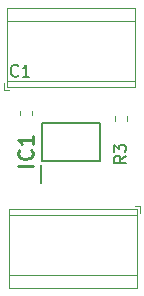
<source format=gbr>
G04 #@! TF.GenerationSoftware,KiCad,Pcbnew,(5.1.5)-3*
G04 #@! TF.CreationDate,2020-12-11T14:45:32+01:00*
G04 #@! TF.ProjectId,LED Strip,4c454420-5374-4726-9970-2e6b69636164,rev?*
G04 #@! TF.SameCoordinates,Original*
G04 #@! TF.FileFunction,Legend,Top*
G04 #@! TF.FilePolarity,Positive*
%FSLAX46Y46*%
G04 Gerber Fmt 4.6, Leading zero omitted, Abs format (unit mm)*
G04 Created by KiCad (PCBNEW (5.1.5)-3) date 2020-12-11 14:45:32*
%MOMM*%
%LPD*%
G04 APERTURE LIST*
%ADD10C,0.200000*%
%ADD11C,0.120000*%
%ADD12C,0.254000*%
%ADD13C,0.150000*%
G04 APERTURE END LIST*
D10*
X30168000Y-30049000D02*
X30168000Y-28524000D01*
X35198000Y-28174000D02*
X30298000Y-28174000D01*
X35198000Y-24974000D02*
X35198000Y-28174000D01*
X30298000Y-24974000D02*
X35198000Y-24974000D01*
X30298000Y-28174000D02*
X30298000Y-24974000D01*
D11*
X36428000Y-24399733D02*
X36428000Y-24742267D01*
X37448000Y-24399733D02*
X37448000Y-24742267D01*
X28428000Y-23899733D02*
X28428000Y-24242267D01*
X29448000Y-23899733D02*
X29448000Y-24242267D01*
X38588000Y-31961000D02*
X38188000Y-31961000D01*
X38588000Y-32601000D02*
X38588000Y-31961000D01*
X27487000Y-38941000D02*
X27487000Y-32201000D01*
X38348000Y-38941000D02*
X38348000Y-32201000D01*
X38348000Y-32201000D02*
X27487000Y-32201000D01*
X38348000Y-38941000D02*
X27487000Y-38941000D01*
X38348000Y-37821000D02*
X27487000Y-37821000D01*
X38348000Y-32721000D02*
X27487000Y-32721000D01*
X27318000Y-21421000D02*
X38179000Y-21421000D01*
X27318000Y-16321000D02*
X38179000Y-16321000D01*
X27318000Y-15201000D02*
X38179000Y-15201000D01*
X27318000Y-21941000D02*
X38179000Y-21941000D01*
X27318000Y-15201000D02*
X27318000Y-21941000D01*
X38179000Y-15201000D02*
X38179000Y-21941000D01*
X27078000Y-21541000D02*
X27078000Y-22181000D01*
X27078000Y-22181000D02*
X27478000Y-22181000D01*
D12*
X29512523Y-28560761D02*
X28242523Y-28560761D01*
X29391571Y-27230285D02*
X29452047Y-27290761D01*
X29512523Y-27472190D01*
X29512523Y-27593142D01*
X29452047Y-27774571D01*
X29331095Y-27895523D01*
X29210142Y-27956000D01*
X28968238Y-28016476D01*
X28786809Y-28016476D01*
X28544904Y-27956000D01*
X28423952Y-27895523D01*
X28303000Y-27774571D01*
X28242523Y-27593142D01*
X28242523Y-27472190D01*
X28303000Y-27290761D01*
X28363476Y-27230285D01*
X29512523Y-26020761D02*
X29512523Y-26746476D01*
X29512523Y-26383619D02*
X28242523Y-26383619D01*
X28423952Y-26504571D01*
X28544904Y-26625523D01*
X28605380Y-26746476D01*
D13*
X37390380Y-27737666D02*
X36914190Y-28071000D01*
X37390380Y-28309095D02*
X36390380Y-28309095D01*
X36390380Y-27928142D01*
X36438000Y-27832904D01*
X36485619Y-27785285D01*
X36580857Y-27737666D01*
X36723714Y-27737666D01*
X36818952Y-27785285D01*
X36866571Y-27832904D01*
X36914190Y-27928142D01*
X36914190Y-28309095D01*
X36390380Y-27404333D02*
X36390380Y-26785285D01*
X36771333Y-27118619D01*
X36771333Y-26975761D01*
X36818952Y-26880523D01*
X36866571Y-26832904D01*
X36961809Y-26785285D01*
X37199904Y-26785285D01*
X37295142Y-26832904D01*
X37342761Y-26880523D01*
X37390380Y-26975761D01*
X37390380Y-27261476D01*
X37342761Y-27356714D01*
X37295142Y-27404333D01*
X28271333Y-20928142D02*
X28223714Y-20975761D01*
X28080857Y-21023380D01*
X27985619Y-21023380D01*
X27842761Y-20975761D01*
X27747523Y-20880523D01*
X27699904Y-20785285D01*
X27652285Y-20594809D01*
X27652285Y-20451952D01*
X27699904Y-20261476D01*
X27747523Y-20166238D01*
X27842761Y-20071000D01*
X27985619Y-20023380D01*
X28080857Y-20023380D01*
X28223714Y-20071000D01*
X28271333Y-20118619D01*
X29223714Y-21023380D02*
X28652285Y-21023380D01*
X28938000Y-21023380D02*
X28938000Y-20023380D01*
X28842761Y-20166238D01*
X28747523Y-20261476D01*
X28652285Y-20309095D01*
M02*

</source>
